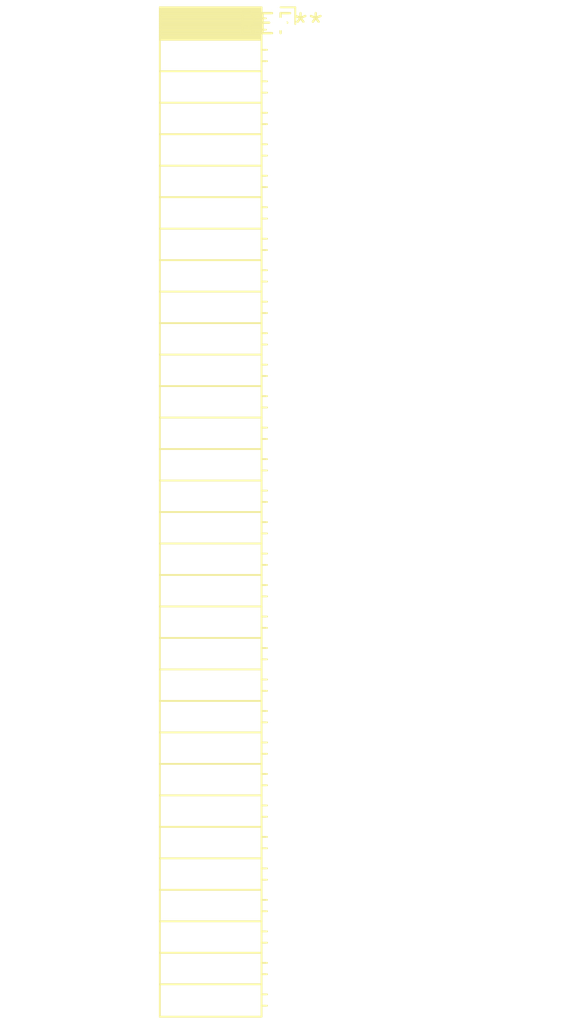
<source format=kicad_pcb>
(kicad_pcb (version 20240108) (generator pcbnew)
  (layers (0 "F.Cu" signal) (31 "B.Cu" signal) (34 "B.Paste" user) (35 "F.Paste" user) (36 "B.SilkS" user "B.Silkscreen") (37 "F.SilkS" user "F.Silkscreen") (38 "B.Mask" user) (39 "F.Mask" user) (44 "Edge.Cuts" user))
  (net 0 "")
  (footprint "PinSocket_1x32_P2.00mm_Horizontal" (layer "F.Cu") (at 0 0)
    (property "Reference" "REF**")
    (property "Value" "PinSocket_1x32_P2.00mm_Horizontal")
    (fp_line (start -7.68 -1.06) (end -7.68 63.06) (layer "F.SilkS") (stroke (width 0.12)))
    (fp_line (start -7.68 -1.06) (end -1.21 -1.06) (layer "F.SilkS") (stroke (width 0.12)))
    (fp_line (start -7.68 -0.94) (end -1.21 -0.94) (layer "F.SilkS") (stroke (width 0.12)))
    (fp_line (start -7.68 -0.825882) (end -1.21 -0.825882) (layer "F.SilkS") (stroke (width 0.12)))
    (fp_line (start -7.68 -0.711764) (end -1.21 -0.711764) (layer "F.SilkS") (stroke (width 0.12)))
    (fp_line (start -7.68 -0.597646) (end -1.21 -0.597646) (layer "F.SilkS") (stroke (width 0.12)))
    (fp_line (start -7.68 -0.483528) (end -1.21 -0.483528) (layer "F.SilkS") (stroke (width 0.12)))
    (fp_line (start -7.68 -0.36941) (end -1.21 -0.36941) (layer "F.SilkS") (stroke (width 0.12)))
    (fp_line (start -7.68 -0.255292) (end -1.21 -0.255292) (layer "F.SilkS") (stroke (width 0.12)))
    (fp_line (start -7.68 -0.141174) (end -1.21 -0.141174) (layer "F.SilkS") (stroke (width 0.12)))
    (fp_line (start -7.68 -0.027056) (end -1.21 -0.027056) (layer "F.SilkS") (stroke (width 0.12)))
    (fp_line (start -7.68 0.087062) (end -1.21 0.087062) (layer "F.SilkS") (stroke (width 0.12)))
    (fp_line (start -7.68 0.20118) (end -1.21 0.20118) (layer "F.SilkS") (stroke (width 0.12)))
    (fp_line (start -7.68 0.315298) (end -1.21 0.315298) (layer "F.SilkS") (stroke (width 0.12)))
    (fp_line (start -7.68 0.429416) (end -1.21 0.429416) (layer "F.SilkS") (stroke (width 0.12)))
    (fp_line (start -7.68 0.543534) (end -1.21 0.543534) (layer "F.SilkS") (stroke (width 0.12)))
    (fp_line (start -7.68 0.657652) (end -1.21 0.657652) (layer "F.SilkS") (stroke (width 0.12)))
    (fp_line (start -7.68 0.77177) (end -1.21 0.77177) (layer "F.SilkS") (stroke (width 0.12)))
    (fp_line (start -7.68 0.885888) (end -1.21 0.885888) (layer "F.SilkS") (stroke (width 0.12)))
    (fp_line (start -7.68 1) (end -1.21 1) (layer "F.SilkS") (stroke (width 0.12)))
    (fp_line (start -7.68 3) (end -1.21 3) (layer "F.SilkS") (stroke (width 0.12)))
    (fp_line (start -7.68 5) (end -1.21 5) (layer "F.SilkS") (stroke (width 0.12)))
    (fp_line (start -7.68 7) (end -1.21 7) (layer "F.SilkS") (stroke (width 0.12)))
    (fp_line (start -7.68 9) (end -1.21 9) (layer "F.SilkS") (stroke (width 0.12)))
    (fp_line (start -7.68 11) (end -1.21 11) (layer "F.SilkS") (stroke (width 0.12)))
    (fp_line (start -7.68 13) (end -1.21 13) (layer "F.SilkS") (stroke (width 0.12)))
    (fp_line (start -7.68 15) (end -1.21 15) (layer "F.SilkS") (stroke (width 0.12)))
    (fp_line (start -7.68 17) (end -1.21 17) (layer "F.SilkS") (stroke (width 0.12)))
    (fp_line (start -7.68 19) (end -1.21 19) (layer "F.SilkS") (stroke (width 0.12)))
    (fp_line (start -7.68 21) (end -1.21 21) (layer "F.SilkS") (stroke (width 0.12)))
    (fp_line (start -7.68 23) (end -1.21 23) (layer "F.SilkS") (stroke (width 0.12)))
    (fp_line (start -7.68 25) (end -1.21 25) (layer "F.SilkS") (stroke (width 0.12)))
    (fp_line (start -7.68 27) (end -1.21 27) (layer "F.SilkS") (stroke (width 0.12)))
    (fp_line (start -7.68 29) (end -1.21 29) (layer "F.SilkS") (stroke (width 0.12)))
    (fp_line (start -7.68 31) (end -1.21 31) (layer "F.SilkS") (stroke (width 0.12)))
    (fp_line (start -7.68 33) (end -1.21 33) (layer "F.SilkS") (stroke (width 0.12)))
    (fp_line (start -7.68 35) (end -1.21 35) (layer "F.SilkS") (stroke (width 0.12)))
    (fp_line (start -7.68 37) (end -1.21 37) (layer "F.SilkS") (stroke (width 0.12)))
    (fp_line (start -7.68 39) (end -1.21 39) (layer "F.SilkS") (stroke (width 0.12)))
    (fp_line (start -7.68 41) (end -1.21 41) (layer "F.SilkS") (stroke (width 0.12)))
    (fp_line (start -7.68 43) (end -1.21 43) (layer "F.SilkS") (stroke (width 0.12)))
    (fp_line (start -7.68 45) (end -1.21 45) (layer "F.SilkS") (stroke (width 0.12)))
    (fp_line (start -7.68 47) (end -1.21 47) (layer "F.SilkS") (stroke (width 0.12)))
    (fp_line (start -7.68 49) (end -1.21 49) (layer "F.SilkS") (stroke (width 0.12)))
    (fp_line (start -7.68 51) (end -1.21 51) (layer "F.SilkS") (stroke (width 0.12)))
    (fp_line (start -7.68 53) (end -1.21 53) (layer "F.SilkS") (stroke (width 0.12)))
    (fp_line (start -7.68 55) (end -1.21 55) (layer "F.SilkS") (stroke (width 0.12)))
    (fp_line (start -7.68 57) (end -1.21 57) (layer "F.SilkS") (stroke (width 0.12)))
    (fp_line (start -7.68 59) (end -1.21 59) (layer "F.SilkS") (stroke (width 0.12)))
    (fp_line (start -7.68 61) (end -1.21 61) (layer "F.SilkS") (stroke (width 0.12)))
    (fp_line (start -7.68 63.06) (end -1.21 63.06) (layer "F.SilkS") (stroke (width 0.12)))
    (fp_line (start -1.21 -1.06) (end -1.21 63.06) (layer "F.SilkS") (stroke (width 0.12)))
    (fp_line (start -1.21 -0.36) (end -0.935 -0.36) (layer "F.SilkS") (stroke (width 0.12)))
    (fp_line (start -1.21 0.36) (end -0.935 0.36) (layer "F.SilkS") (stroke (width 0.12)))
    (fp_line (start -1.21 1.64) (end -0.862917 1.64) (layer "F.SilkS") (stroke (width 0.12)))
    (fp_line (start -1.21 2.36) (end -0.862917 2.36) (layer "F.SilkS") (stroke (width 0.12)))
    (fp_line (start -1.21 3.64) (end -0.862917 3.64) (layer "F.SilkS") (stroke (width 0.12)))
    (fp_line (start -1.21 4.36) (end -0.862917 4.36) (layer "F.SilkS") (stroke (width 0.12)))
    (fp_line (start -1.21 5.64) (end -0.862917 5.64) (layer "F.SilkS") (stroke (width 0.12)))
    (fp_line (start -1.21 6.36) (end -0.862917 6.36) (layer "F.SilkS") (stroke (width 0.12)))
    (fp_line (start -1.21 7.64) (end -0.862917 7.64) (layer "F.SilkS") (stroke (width 0.12)))
    (fp_line (start -1.21 8.36) (end -0.862917 8.36) (layer "F.SilkS") (stroke (width 0.12)))
    (fp_line (start -1.21 9.64) (end -0.862917 9.64) (layer "F.SilkS") (stroke (width 0.12)))
    (fp_line (start -1.21 10.36) (end -0.862917 10.36) (layer "F.SilkS") (stroke (width 0.12)))
    (fp_line (start -1.21 11.64) (end -0.862917 11.64) (layer "F.SilkS") (stroke (width 0.12)))
    (fp_line (start -1.21 12.36) (end -0.862917 12.36) (layer "F.SilkS") (stroke (width 0.12)))
    (fp_line (start -1.21 13.64) (end -0.862917 13.64) (layer "F.SilkS") (stroke (width 0.12)))
    (fp_line (start -1.21 14.36) (end -0.862917 14.36) (layer "F.SilkS") (stroke (width 0.12)))
    (fp_line (start -1.21 15.64) (end -0.862917 15.64) (layer "F.SilkS") (stroke (width 0.12)))
    (fp_line (start -1.21 16.36) (end -0.862917 16.36) (layer "F.SilkS") (stroke (width 0.12)))
    (fp_line (start -1.21 17.64) (end -0.862917 17.64) (layer "F.SilkS") (stroke (width 0.12)))
    (fp_line (start -1.21 18.36) (end -0.862917 18.36) (layer "F.SilkS") (stroke (width 0.12)))
    (fp_line (start -1.21 19.64) (end -0.862917 19.64) (layer "F.SilkS") (stroke (width 0.12)))
    (fp_line (start -1.21 20.36) (end -0.862917 20.36) (layer "F.SilkS") (stroke (width 0.12)))
    (fp_line (start -1.21 21.64) (end -0.862917 21.64) (layer "F.SilkS") (stroke (width 0.12)))
    (fp_line (start -1.21 22.36) (end -0.862917 22.36) (layer "F.SilkS") (stroke (width 0.12)))
    (fp_line (start -1.21 23.64) (end -0.862917 23.64) (layer "F.SilkS") (stroke (width 0.12)))
    (fp_line (start -1.21 24.36) (end -0.862917 24.36) (layer "F.SilkS") (stroke (width 0.12)))
    (fp_line (start -1.21 25.64) (end -0.862917 25.64) (layer "F.SilkS") (stroke (width 0.12)))
    (fp_line (start -1.21 26.36) (end -0.862917 26.36) (layer "F.SilkS") (stroke (width 0.12)))
    (fp_line (start -1.21 27.64) (end -0.862917 27.64) (layer "F.SilkS") (stroke (width 0.12)))
    (fp_line (start -1.21 28.36) (end -0.862917 28.36) (layer "F.SilkS") (stroke (width 0.12)))
    (fp_line (start -1.21 29.64) (end -0.862917 29.64) (layer "F.SilkS") (stroke (width 0.12)))
    (fp_line (start -1.21 30.36) (end -0.862917 30.36) (layer "F.SilkS") (stroke (width 0.12)))
    (fp_line (start -1.21 31.64) (end -0.862917 31.64) (layer "F.SilkS") (stroke (width 0.12)))
    (fp_line (start -1.21 32.36) (end -0.862917 32.36) (layer "F.SilkS") (stroke (width 0.12)))
    (fp_line (start -1.21 33.64) (end -0.862917 33.64) (layer "F.SilkS") (stroke (width 0.12)))
    (fp_line (start -1.21 34.36) (end -0.862917 34.36) (layer "F.SilkS") (stroke (width 0.12)))
    (fp_line (start -1.21 35.64) (end -0.862917 35.64) (layer "F.SilkS") (stroke (width 0.12)))
    (fp_line (start -1.21 36.36) (end -0.862917 36.36) (layer "F.SilkS") (stroke (width 0.12)))
    (fp_line (start -1.21 37.64) (end -0.862917 37.64) (layer "F.SilkS") (stroke (width 0.12)))
    (fp_line (start -1.21 38.36) (end -0.862917 38.36) (layer "F.SilkS") (stroke (width 0.12)))
    (fp_line (start -1.21 39.64) (end -0.862917 39.64) (layer "F.SilkS") (stroke (width 0.12)))
    (fp_line (start -1.21 40.36) (end -0.862917 40.36) (layer "F.SilkS") (stroke (width 0.12)))
    (fp_line (start -1.21 41.64) (end -0.862917 41.64) (layer "F.SilkS") (stroke (width 0.12)))
    (fp_line (start -1.21 42.36) (end -0.862917 42.36) (layer "F.SilkS") (stroke (width 0.12)))
    (fp_line (start -1.21 43.64) (end -0.862917 43.64) (layer "F.SilkS") (stroke (width 0.12)))
    (fp_line (start -1.21 44.36) (end -0.862917 44.36) (layer "F.SilkS") (stroke (width 0.12)))
    (fp_line (start -1.21 45.64) (end -0.862917 45.64) (layer "F.SilkS") (stroke (width 0.12)))
    (fp_line (start -1.21 46.36) (end -0.862917 46.36) (layer "F.SilkS") (stroke (width 0.12)))
    (fp_line (start -1.21 47.64) (end -0.862917 47.64) (layer "F.SilkS") (stroke (width 0.12)))
    (fp_line (start -1.21 48.36) (end -0.862917 48.36) (layer "F.SilkS") (stroke (width 0.12)))
    (fp_line (start -1.21 49.64) (end -0.862917 49.64) (layer "F.SilkS") (stroke (width 0.12)))
    (fp_line (start -1.21 50.36) (end -0.862917 50.36) (layer "F.SilkS") (stroke (width 0.12)))
    (fp_line (start -1.21 51.64) (end -0.862917 51.64) (layer "F.SilkS") (stroke (width 0.12)))
    (fp_line (start -1.21 52.36) (end -0.862917 52.36) (layer "F.SilkS") (stroke (width 0.12)))
    (fp_line (start -1.21 53.64) (end -0.862917 53.64) (layer "F.SilkS") (stroke (width 0.12)))
    (fp_line (start -1.21 54.36) (end -0.862917 54.36) (layer "F.SilkS") (stroke (width 0.12)))
    (fp_line (start -1.21 55.64) (end -0.862917 55.64) (layer "F.SilkS") (stroke (width 0.12)))
    (fp_line (start -1.21 56.36) (end -0.862917 56.36) (layer "F.SilkS") (stroke (width 0.12)))
    (fp_line (start -1.21 57.64) (end -0.862917 57.64) (layer "F.SilkS") (stroke (width 0.12)))
    (fp_line (start -1.21 58.36) (end -0.862917 58.36) (layer "F.SilkS") (stroke (width 0.12)))
    (fp_line (start -1.21 59.64) (end -0.862917 59.64) (layer "F.SilkS") (stroke (width 0.12)))
    (fp_line (start -1.21 60.36) (end -0.862917 60.36) (layer "F.SilkS") (stroke (width 0.12)))
    (fp_line (start -1.21 61.64) (end -0.862917 61.64) (layer "F.SilkS") (stroke (width 0.12)))
    (fp_line (start -1.21 62.36) (end -0.862917 62.36) (layer "F.SilkS") (stroke (width 0.12)))
    (fp_line (start 0 -1.06) (end 0.935 -1.06) (layer "F.SilkS") (stroke (width 0.12)))
    (fp_line (start 0.935 -1.06) (end 0.935 0) (layer "F.SilkS") (stroke (width 0.12)))
    (pad "1" thru_hole rect (at 0 0) (size 1.35 1.35) (drill 0.8) (layers *.Cu *.Mask) (remove_unused_layers))
    (pad "2" thru_hole oval (at 0 2) (size 1.35 1.35) (drill 0.8) (layers *.Cu *.Mask) (remove_unused_layers))
    (pad "3" thru_hole oval (at 0 4) (size 1.35 1.35) (drill 0.8) (layers *.Cu *.Mask) (remove_unused_layers))
    (pad "4" thru_hole oval (at 0 6) (size 1.35 1.35) (drill 0.8) (layers *.Cu *.Mask) (remove_unused_layers))
    (pad "5" thru_hole oval (at 0 8) (size 1.35 1.35) (drill 0.8) (layers *.Cu *.Mask) (remove_unused_layers))
    (pad "6" thru_hole oval (at 0 10) (size 1.35 1.35) (drill 0.8) (layers *.Cu *.Mask) (remove_unused_layers))
    (pad "7" thru_hole oval (at 0 12) (size 1.35 1.35) (drill 0.8) (layers *.Cu *.Mask) (remove_unused_layers))
    (pad "8" thru_hole oval (at 0 14) (size 1.35 1.35) (drill 0.8) (layers *.Cu *.Mask) (remove_unused_layers))
    (pad "9" thru_hole oval (at 0 16) (size 1.35 1.35) (drill 0.8) (layers *.Cu *.Mask) (remove_unused_layers))
    (pad "10" thru_hole oval (at 0 18) (size 1.35 1.35) (drill 0.8) (layers *.Cu *.Mask) (remove_unused_layers))
    (pad "11" thru_hole oval (at 0 20) (size 1.35 1.35) (drill 0.8) (layers *.Cu *.Mask) (remove_unused_layers))
    (pad "12" thru_hole oval (at 0 22) (size 1.35 1.35) (drill 0.8) (layers *.Cu *.Mask) (remove_unused_layers))
    (pad "13" thru_hole oval (at 0 24) (size 1.35 1.35) (drill 0.8) (layers *.Cu *.Mask) (remove_unused_layers))
    (pad "14" thru_hole oval (at 0 26) (size 1.35 1.35) (drill 0.8) (layers *.Cu *.Mask) (remove_unused_layers))
    (pad "15" thru_hole oval (at 0 28) (size 1.35 1.35) (drill 0.8) (layers *.Cu *.Mask) (remove_unused_layers))
    (pad "16" thru_hole oval (at 0 30) (size 1.35 1.35) (drill 0.8) (layers *.Cu *.Mask) (remove_unused_layers))
    (pad "17" thru_hole oval (at 0 32) (size 1.35 1.35) (drill 0.8) (layers *.Cu *.Mask) (remove_unused_layers))
    (pad "18" thru_hole oval (at 0 34) (size 1.35 1.35) (drill 0.8) (layers *.Cu *.Mask) (remove_unused_layers))
    (pad "19" thru_hole oval (at 0 36) (size 1.35 1.35) (drill 0.8) (layers *.Cu *.Mask) (remove_unused_layers))
    (pad "20" thru_hole oval (at 0 38) (size 1.35 1.35) (drill 0.8) (layers *.Cu *.Mask) (remove_unused_layers))
    (pad "21" thru_hole oval (at 0 40) (size 1.35 1.35) (drill 0.8) (layers *.Cu *.Mask) (remove_unused_layers))
    (pad "22" thru_hole oval (at 0 42) (size 1.35 1.35) (drill 0.8) (layers *.Cu *.Mask) (remove_unused_layers))
    (pad "23" thru_hole oval (at 0 44) (size 1.35 1.35) (drill 0.8) (layers *.Cu *.Mask) (remove_unused_layers))
    (pad "24" thru_hole oval (at 0 46) (size 1.35 1.35) (drill 0.8) (layers *.Cu *.Mask) (remove_unused_layers))
    (pad "25" thru_hole oval (at 0 48) (size 1.35 1.35) (drill 0.8) (layers *.Cu *.Mask) (remove_unused_layers))
    (pad "26" thru_hole oval (at 0 50) (size 1.35 1.35) (drill 0.8) (layers *.Cu *.Mask) (remove_unused_layers))
    (pad "27" thru_hole oval (at 0 52) (size 1.35 1.35) (drill 0.8) (layers *.Cu *.Mask) (remove_unused_layers))
    (pad "28" thru_hole oval (at 0 54) (size 1.35 1.35) (drill 0.8) (layers *.Cu *.Mask) (remove_unused_layers))
    (pad "29" thru_hole oval (at 0 56) (size 1.35 1.35) (drill 0.8) (layers *.Cu *.Mask) (remove_unused_layers))
    (pad "30" thru_hole oval (at 0 58) (size 1.35 1.35) (drill 0.8) (layers *.Cu *.Mask) (remove_unused_layers))
    (pad "31" thru_hole oval (at 0 60) (size 1.35 1.35) (drill 0.8) (layers *.Cu *.Mask) (remove_unused_layers))
    (pad "32" thru_hole oval (at 0 62) (size 1.35 1.35) (drill 0.8) (layers *.Cu *.Mask) (remove_unused_layers))
  )
)
</source>
